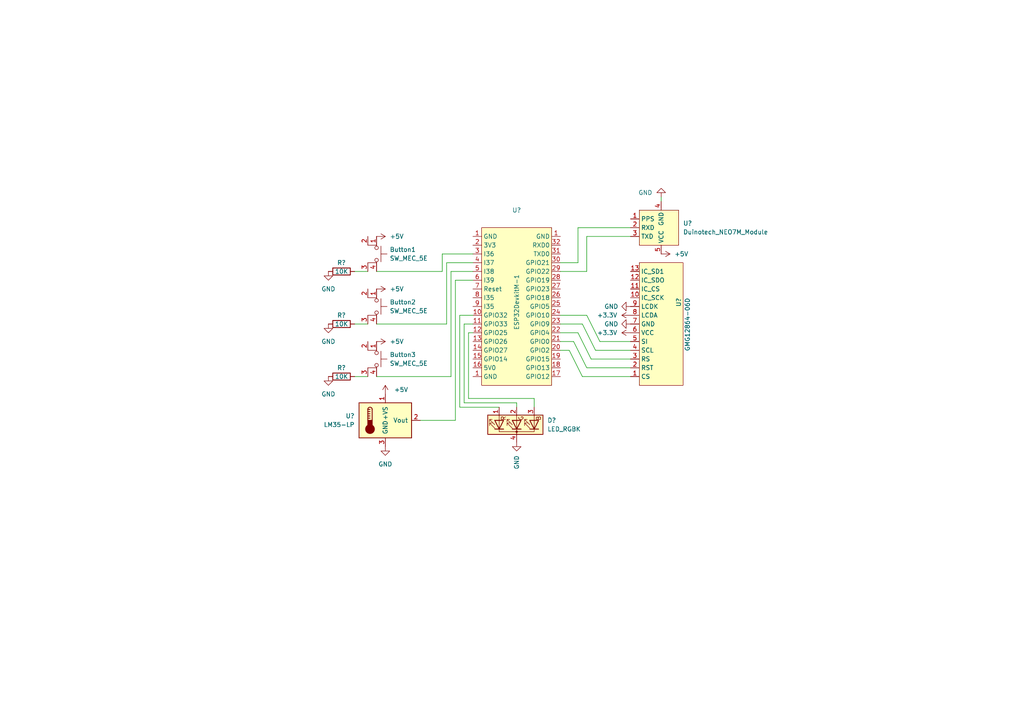
<source format=kicad_sch>
(kicad_sch (version 20211123) (generator eeschema)
  (paper "A4")
  (lib_symbols
    (symbol "Device:LED_RGBK" (pin_names (offset 0) hide)
      (property "Reference" "D" (at 0 9.398 0))
      (property "Value" "LED_RGBK" (at 0 -8.89 0))
      (symbol "LED_RGBK_0_0"
        (text "B" (at 1.905 -6.35 0) (effects (font (size 1.27 1.27))))
        (text "G" (at 1.905 -1.27 0) (effects (font (size 1.27 1.27))))
        (text "R" (at 1.905 3.81 0) (effects (font (size 1.27 1.27))))
      )
      (symbol "LED_RGBK_0_1"
        (circle (center -2.032 0) (radius 0.254) (fill (type outline)))
        (polyline (pts (xy -1.27 -5.08) (xy 1.27 -5.08)))
        (polyline (pts (xy -1.27 -3.81) (xy -1.27 -6.35)) (stroke (width 0.254)))
        (polyline (pts (xy -1.27 0) (xy -2.54 0)))
        (polyline (pts (xy -1.27 1.27) (xy -1.27 -1.27)) (stroke (width 0.254)))
        (polyline (pts (xy -1.27 5.08) (xy 1.27 5.08)))
        (polyline (pts (xy -1.27 6.35) (xy -1.27 3.81)) (stroke (width 0.254)))
        (polyline (pts (xy 1.27 -5.08) (xy 2.54 -5.08)))
        (polyline (pts (xy 1.27 0) (xy -1.27 0)))
        (polyline (pts (xy 1.27 0) (xy 2.54 0)))
        (polyline (pts (xy 1.27 5.08) (xy 2.54 5.08)))
        (polyline (pts (xy -1.27 1.27) (xy -1.27 -1.27) (xy -1.27 -1.27)))
        (polyline (pts (xy -1.27 6.35) (xy -1.27 3.81) (xy -1.27 3.81)))
        (polyline (pts (xy -1.27 5.08) (xy -2.032 5.08) (xy -2.032 -5.08) (xy -1.016 -5.08)))
        (polyline (pts (xy 1.27 -3.81) (xy 1.27 -6.35) (xy -1.27 -5.08) (xy 1.27 -3.81)) (stroke (width 0.254)))
        (polyline (pts (xy 1.27 1.27) (xy 1.27 -1.27) (xy -1.27 0) (xy 1.27 1.27)) (stroke (width 0.254)))
        (polyline (pts (xy 1.27 6.35) (xy 1.27 3.81) (xy -1.27 5.08) (xy 1.27 6.35)) (stroke (width 0.254)))
        (polyline (pts (xy -1.016 -3.81) (xy 0.508 -2.286) (xy -0.254 -2.286) (xy 0.508 -2.286) (xy 0.508 -3.048)))
        (polyline (pts (xy -1.016 1.27) (xy 0.508 2.794) (xy -0.254 2.794) (xy 0.508 2.794) (xy 0.508 2.032)))
        (polyline (pts (xy -1.016 6.35) (xy 0.508 7.874) (xy -0.254 7.874) (xy 0.508 7.874) (xy 0.508 7.112)))
        (polyline (pts (xy 0 -3.81) (xy 1.524 -2.286) (xy 0.762 -2.286) (xy 1.524 -2.286) (xy 1.524 -3.048)))
        (polyline (pts (xy 0 1.27) (xy 1.524 2.794) (xy 0.762 2.794) (xy 1.524 2.794) (xy 1.524 2.032)))
        (polyline (pts (xy 0 6.35) (xy 1.524 7.874) (xy 0.762 7.874) (xy 1.524 7.874) (xy 1.524 7.112)))
        (rectangle (start 1.27 -1.27) (end 1.27 1.27))
        (rectangle (start 1.27 1.27) (end 1.27 1.27))
        (rectangle (start 1.27 3.81) (end 1.27 6.35))
        (rectangle (start 1.27 6.35) (end 1.27 6.35))
        (rectangle (start 2.794 8.382) (end -2.794 -7.62) (stroke (width 0.254)) (fill (type background)))
      )
      (symbol "LED_RGBK_1_1"
        (pin passive line (at 5.08 5.08 180) (length 2.54) (name "RA") (number "1"))
        (pin passive line (at 5.08 0 180) (length 2.54) (name "GA") (number "2"))
        (pin passive line (at 5.08 -5.08 180) (length 2.54) (name "BA") (number "3"))
        (pin passive line (at -5.08 0 0) (length 2.54) (name "K") (number "4"))
      )
    )
    (symbol "Device:R" (pin_numbers hide) (pin_names (offset 0))
      (property "Reference" "R" (at 2.032 0 90))
      (property "Value" "R" (at 0 0 90))
      (symbol "R_0_1"
        (rectangle (start -1.016 -2.54) (end 1.016 2.54) (stroke (width 0.254)))
      )
      (symbol "R_1_1"
        (pin passive line (at 0 3.81 270) (length 1.27) (name "~") (number "1"))
        (pin passive line (at 0 -3.81 90) (length 1.27) (name "~") (number "2"))
      )
    )
    (symbol "Digital_Technology:Duinotech_NEO7M_Module"
      (property "Reference" "U" (at 1.27 6.35 90))
      (property "Value" "Duinotech_NEO7M_Module" (at 1.27 10.16 0))
      (symbol "Duinotech_NEO7M_Module_0_1"
        (rectangle (start -5.08 5.08) (end 6.35 -5.08) (fill (type background)))
      )
      (symbol "Duinotech_NEO7M_Module_1_1"
        (pin input line (at -7.62 2.54 0) (length 2.54) (name "PPS") (number "1"))
        (pin input line (at -7.62 0 0) (length 2.54) (name "RXD") (number "2"))
        (pin output line (at -7.62 -2.54 0) (length 2.54) (name "TXD") (number "3"))
        (pin power_out line (at 1.27 7.62 270) (length 2.54) (name "GND") (number "4"))
        (pin power_in line (at 1.27 -7.62 90) (length 2.54) (name "VCC") (number "5"))
      )
    )
    (symbol "Digital_Technology:GMG12864-06D"
      (property "Reference" "U" (at -6.35 1.27 0))
      (property "Value" "GMG12864-06D" (at 0 -5.08 0))
      (symbol "GMG12864-06D_0_1"
        (rectangle (start -17.78 6.35) (end 17.78 -6.35) (fill (type background)))
      )
      (symbol "GMG12864-06D_1_1"
        (pin input line (at -15.24 8.89 270) (length 2.54) (name "CS") (number "1"))
        (pin input line (at 7.62 8.89 270) (length 2.54) (name "IC_SCK") (number "10"))
        (pin input line (at 10.16 8.89 270) (length 2.54) (name "IC_CS") (number "11"))
        (pin output line (at 12.7 8.89 270) (length 2.54) (name "IC_SDO") (number "12"))
        (pin input line (at 15.24 8.89 270) (length 2.54) (name "IC_SD1") (number "13"))
        (pin input line (at -12.7 8.89 270) (length 2.54) (name "RST") (number "2"))
        (pin input line (at -10.16 8.89 270) (length 2.54) (name "RS") (number "3"))
        (pin input line (at -7.62 8.89 270) (length 2.54) (name "SCL") (number "4"))
        (pin input line (at -5.08 8.89 270) (length 2.54) (name "SI") (number "5"))
        (pin power_in line (at -2.54 8.89 270) (length 2.54) (name "VCC") (number "6"))
        (pin power_out line (at 0 8.89 270) (length 2.54) (name "GND") (number "7"))
        (pin power_in line (at 2.54 8.89 270) (length 2.54) (name "LCDA") (number "8"))
        (pin power_out line (at 5.08 8.89 270) (length 2.54) (name "LCDK") (number "9"))
      )
    )
    (symbol "ESP32DevkitM-1_1"
      (property "Reference" "U" (at -12.7 -11.43 0))
      (property "Value" "ESP32DevkitM-1_1" (at 0 0 90))
      (symbol "ESP32DevkitM-1_1_0_1"
        (rectangle (start -10.16 21.59) (end 10.16 -24.13) (fill (type background)))
      )
      (symbol "ESP32DevkitM-1_1_1_1"
        (pin power_in line (at -12.7 -21.59 0) (length 2.54) (name "GND") (number "1"))
        (pin power_in line (at -12.7 19.05 0) (length 2.54) (name "GND") (number "1"))
        (pin power_in line (at 12.7 19.05 180) (length 2.54) (name "GND") (number "1"))
        (pin bidirectional line (at -12.7 -3.81 0) (length 2.54) (name "GPIO32") (number "10"))
        (pin bidirectional line (at -12.7 -6.35 0) (length 2.54) (name "GPIO33") (number "11"))
        (pin bidirectional line (at -12.7 -8.89 0) (length 2.54) (name "GPIO25") (number "12"))
        (pin bidirectional line (at -12.7 -11.43 0) (length 2.54) (name "GPIO26") (number "13"))
        (pin bidirectional line (at -12.7 -13.97 0) (length 2.54) (name "GPIO27") (number "14"))
        (pin bidirectional line (at -12.7 -16.51 0) (length 2.54) (name "GPIO14") (number "15"))
        (pin power_out line (at -12.7 -19.05 0) (length 2.54) (name "5V0") (number "16"))
        (pin bidirectional line (at 12.7 -21.59 180) (length 2.54) (name "GPIO12") (number "17"))
        (pin bidirectional line (at 12.7 -19.05 180) (length 2.54) (name "GPIO13") (number "18"))
        (pin bidirectional line (at 12.7 -16.51 180) (length 2.54) (name "GPIO15") (number "19"))
        (pin power_out line (at -12.7 16.51 0) (length 2.54) (name "3V3") (number "2"))
        (pin bidirectional line (at 12.7 -13.97 180) (length 2.54) (name "GPIO2") (number "20"))
        (pin bidirectional line (at 12.7 -11.43 180) (length 2.54) (name "GPIO0") (number "21"))
        (pin bidirectional line (at 12.7 -8.89 180) (length 2.54) (name "GPIO4") (number "22"))
        (pin bidirectional line (at 12.7 -6.35 180) (length 2.54) (name "GPIO9") (number "23"))
        (pin bidirectional line (at 12.7 -3.81 180) (length 2.54) (name "GPIO10") (number "24"))
        (pin bidirectional line (at 12.7 -1.27 180) (length 2.54) (name "GPIO5") (number "25"))
        (pin bidirectional line (at 12.7 1.27 180) (length 2.54) (name "GPIO18") (number "26"))
        (pin bidirectional line (at 12.7 3.81 180) (length 2.54) (name "GPIO23") (number "27"))
        (pin bidirectional line (at 12.7 6.35 180) (length 2.54) (name "GPIO19") (number "28"))
        (pin bidirectional line (at 12.7 8.89 180) (length 2.54) (name "GPIO22") (number "29"))
        (pin input line (at -12.7 13.97 0) (length 2.54) (name "I36") (number "3"))
        (pin bidirectional line (at 12.7 11.43 180) (length 2.54) (name "GPIO21") (number "30"))
        (pin bidirectional line (at 12.7 13.97 180) (length 2.54) (name "TXD0") (number "31"))
        (pin bidirectional line (at 12.7 16.51 180) (length 2.54) (name "RXD0") (number "32"))
        (pin input line (at -12.7 11.43 0) (length 2.54) (name "I37") (number "4"))
        (pin input line (at -12.7 8.89 0) (length 2.54) (name "I38") (number "5"))
        (pin input line (at -12.7 6.35 0) (length 2.54) (name "I39") (number "6"))
        (pin input line (at -12.7 3.81 0) (length 2.54) (name "Reset") (number "7"))
        (pin input line (at -12.7 1.27 0) (length 2.54) (name "I35") (number "8"))
        (pin input line (at -12.7 -1.27 0) (length 2.54) (name "I35") (number "9"))
      )
    )
    (symbol "Sensor_Temperature:LM35-LP" (pin_names (offset 1.016))
      (property "Reference" "U" (at -6.35 6.35 0))
      (property "Value" "LM35-LP" (at 1.27 6.35 0))
      (symbol "LM35-LP_0_1"
        (rectangle (start -7.62 5.08) (end 7.62 -5.08) (stroke (width 0.254)) (fill (type background)))
        (circle (center -4.445 -2.54) (radius 1.27) (stroke (width 0.254)) (fill (type outline)))
        (rectangle (start -3.81 -1.905) (end -5.08 0) (stroke (width 0.254)) (fill (type outline)))
        (arc (start -3.81 3.175) (mid -4.445 3.81) (end -5.08 3.175) (stroke (width 0.254)))
        (polyline (pts (xy -5.08 0.635) (xy -4.445 0.635)) (stroke (width 0.254)))
        (polyline (pts (xy -5.08 1.27) (xy -4.445 1.27)) (stroke (width 0.254)))
        (polyline (pts (xy -5.08 1.905) (xy -4.445 1.905)) (stroke (width 0.254)))
        (polyline (pts (xy -5.08 2.54) (xy -4.445 2.54)) (stroke (width 0.254)))
        (polyline (pts (xy -5.08 3.175) (xy -5.08 0)) (stroke (width 0.254)))
        (polyline (pts (xy -5.08 3.175) (xy -4.445 3.175)) (stroke (width 0.254)))
        (polyline (pts (xy -3.81 3.175) (xy -3.81 0)) (stroke (width 0.254)))
      )
      (symbol "LM35-LP_1_1"
        (pin power_in line (at 0 7.62 270) (length 2.54) (name "+VS") (number "1"))
        (pin output line (at 10.16 0 180) (length 2.54) (name "Vout") (number "2"))
        (pin power_in line (at 0 -7.62 90) (length 2.54) (name "GND") (number "3"))
      )
    )
    (symbol "Switch:SW_MEC_5E" (pin_names (offset 1.016) hide)
      (property "Reference" "SW" (at 0.635 5.715 0))
      (property "Value" "SW_MEC_5E" (at 0 -3.175 0))
      (symbol "SW_MEC_5E_0_1"
        (circle (center -1.778 2.54) (radius 0.508))
        (polyline (pts (xy -2.286 3.81) (xy 2.286 3.81)))
        (polyline (pts (xy 0 3.81) (xy 0 5.588)))
        (polyline (pts (xy -2.54 0) (xy -2.54 2.54) (xy -2.286 2.54)))
        (polyline (pts (xy 2.54 0) (xy 2.54 2.54) (xy 2.286 2.54)))
        (circle (center 1.778 2.54) (radius 0.508))
        (pin passive line (at -5.08 2.54 0) (length 2.54) (name "1") (number "1"))
        (pin passive line (at -5.08 0 0) (length 2.54) (name "2") (number "2"))
        (pin passive line (at 5.08 0 180) (length 2.54) (name "K") (number "3"))
        (pin passive line (at 5.08 2.54 180) (length 2.54) (name "A") (number "4"))
      )
    )
    (symbol "power:+3.3V" (power) (pin_names (offset 0))
      (property "Value" "+3.3V" (at 0 3.556 0))
      (symbol "+3.3V_0_1"
        (polyline (pts (xy -0.762 1.27) (xy 0 2.54)))
        (polyline (pts (xy 0 0) (xy 0 2.54)))
        (polyline (pts (xy 0 2.54) (xy 0.762 1.27)))
      )
      (symbol "+3.3V_1_1"
        (pin power_in line (at 0 0 90) (length 0) hide (name "+3.3V") (number "1"))
      )
    )
    (symbol "power:+5V" (power) (pin_names (offset 0))
      (property "Value" "+5V" (at 0 3.556 0))
      (symbol "+5V_0_1"
        (polyline (pts (xy -0.762 1.27) (xy 0 2.54)))
        (polyline (pts (xy 0 0) (xy 0 2.54)))
        (polyline (pts (xy 0 2.54) (xy 0.762 1.27)))
      )
      (symbol "+5V_1_1"
        (pin power_in line (at 0 0 90) (length 0) hide (name "+5V") (number "1"))
      )
    )
    (symbol "power:GND" (power) (pin_names (offset 0))
      (property "Value" "GND" (at 0 -3.81 0))
      (symbol "GND_0_1"
        (polyline (pts (xy 0 0) (xy 0 -1.27) (xy 1.27 -1.27) (xy 0 -2.54) (xy -1.27 -1.27) (xy 0 -1.27)))
      )
      (symbol "GND_1_1"
        (pin power_in line (at 0 0 270) (length 0) hide (name "GND") (number "1"))
      )
    )
  )
  (wire (pts (xy 132.08 121.92) (xy 121.92 121.92)))
  (wire (pts (xy 130.81 78.74) (xy 137.16 78.74)))
  (wire (pts (xy 166.37 99.06) (xy 162.56 99.06)))
  (wire (pts (xy 137.16 93.98) (xy 134.62 93.98)))
  (wire (pts (xy 132.08 81.28) (xy 132.08 121.92)))
  (wire (pts (xy 133.35 91.44) (xy 133.35 118.11)))
  (wire (pts (xy 182.88 101.6) (xy 172.72 101.6)))
  (wire (pts (xy 191.77 57.15) (xy 191.77 58.42)))
  (wire (pts (xy 167.64 96.52) (xy 162.56 96.52)))
  (wire (pts (xy 170.18 78.74) (xy 162.56 78.74)))
  (wire (pts (xy 171.45 104.14) (xy 167.64 96.52)))
  (wire (pts (xy 154.94 115.57) (xy 154.94 118.11)))
  (wire (pts (xy 137.16 91.44) (xy 133.35 91.44)))
  (wire (pts (xy 132.08 81.28) (xy 137.16 81.28)))
  (wire (pts (xy 133.35 118.11) (xy 144.78 118.11)))
  (wire (pts (xy 128.27 78.74) (xy 128.27 73.66)))
  (wire (pts (xy 128.27 73.66) (xy 137.16 73.66)))
  (wire (pts (xy 170.18 106.68) (xy 166.37 99.06)))
  (wire (pts (xy 170.18 68.58) (xy 170.18 78.74)))
  (wire (pts (xy 137.16 96.52) (xy 135.89 96.52)))
  (wire (pts (xy 102.87 109.22) (xy 106.68 109.22)))
  (wire (pts (xy 135.89 115.57) (xy 154.94 115.57)))
  (wire (pts (xy 182.88 109.22) (xy 168.91 109.22)))
  (wire (pts (xy 102.87 78.74) (xy 106.68 78.74)))
  (wire (pts (xy 182.88 68.58) (xy 170.18 68.58)))
  (wire (pts (xy 109.22 93.98) (xy 129.54 93.98)))
  (wire (pts (xy 182.88 66.04) (xy 167.64 66.04)))
  (wire (pts (xy 134.62 116.84) (xy 149.86 116.84)))
  (wire (pts (xy 167.64 66.04) (xy 167.64 76.2)))
  (wire (pts (xy 149.86 116.84) (xy 149.86 118.11)))
  (wire (pts (xy 129.54 93.98) (xy 129.54 76.2)))
  (wire (pts (xy 182.88 104.14) (xy 171.45 104.14)))
  (wire (pts (xy 130.81 109.22) (xy 130.81 78.74)))
  (wire (pts (xy 170.18 91.44) (xy 162.56 91.44)))
  (wire (pts (xy 135.89 96.52) (xy 135.89 115.57)))
  (wire (pts (xy 109.22 109.22) (xy 130.81 109.22)))
  (wire (pts (xy 165.1 101.6) (xy 162.56 101.6)))
  (wire (pts (xy 167.64 76.2) (xy 162.56 76.2)))
  (wire (pts (xy 129.54 76.2) (xy 137.16 76.2)))
  (wire (pts (xy 182.88 99.06) (xy 173.99 99.06)))
  (wire (pts (xy 134.62 93.98) (xy 134.62 116.84)))
  (wire (pts (xy 168.91 109.22) (xy 165.1 101.6)))
  (wire (pts (xy 102.87 93.98) (xy 106.68 93.98)))
  (wire (pts (xy 172.72 101.6) (xy 168.91 93.98)))
  (wire (pts (xy 182.88 106.68) (xy 170.18 106.68)))
  (wire (pts (xy 168.91 93.98) (xy 162.56 93.98)))
  (wire (pts (xy 173.99 99.06) (xy 170.18 91.44)))
  (wire (pts (xy 109.22 78.74) (xy 128.27 78.74)))
  (symbol (lib_id "Device:LED_RGBK") (at 149.86 123.19 90) (unit 1)
    (property "Reference" "D?" (at 158.75 121.9199 90) (effects (justify right)))
    (property "Value" "LED_RGBK" (at 158.75 124.4599 90) (effects (justify right)))
  )
  (symbol (lib_id "Digital_Technology:Duinotech_NEO7M_Module") (at 190.5 66.04 0) (unit 1)
    (property "Reference" "U?" (at 198.12 64.7699 0) (effects (justify left)))
    (property "Value" "Duinotech_NEO7M_Module" (at 198.12 67.3099 0) (effects (justify left)))
  )
  (symbol (lib_id "power:GND") (at 191.77 57.15 0) (mirror x) (unit 1)
    (property "Reference" "#PWR?" (effects hide))
    (property "Value" "GND" (at 189.23 55.8799 0) (effects (justify right)))
  )
  (symbol (lib_id "Switch:SW_MEC_5E") (at 106.68 73.66 270) (unit 1)
    (property "Reference" "Button1" (at 113.03 72.3899 90) (effects (justify left)))
    (property "Value" "SW_MEC_5E" (at 113.03 74.9299 90) (effects (justify left)))
    (property "Datasheet" "http://www.apem.com/int/index.php?controller=attachment&id_attachment=1371" (effects hide))
  )
  (symbol (lib_name "ESP32DevkitM-1_1") (lib_id "Digital_Technology:ESP32DevkitM-1") (at 149.86 87.63 0) (unit 1)
    (property "Reference" "U?" (at 149.86 60.96 0))
    (property "Value" "ESP32DevkitM-1" (at 149.86 87.63 90))
  )
  (symbol (lib_id "power:+5V") (at 109.22 83.82 270) (unit 1)
    (property "Reference" "#PWR?" (effects hide))
    (property "Value" "+5V" (at 113.03 83.8199 90) (effects (justify left)))
  )
  (symbol (lib_id "Device:R") (at 99.06 109.22 90) (unit 1)
    (property "Reference" "R?" (at 99.06 106.68 90))
    (property "Value" "10K" (at 99.06 109.22 90))
    (property "Footprint" "Potentiometer_THT:Potentiometer_Alps_RK09K_Single_Vertical" (effects hide))
  )
  (symbol (lib_id "power:+5V") (at 191.77 73.66 270) (unit 1)
    (property "Reference" "#PWR?" (effects hide))
    (property "Value" "+5V" (at 195.58 73.6599 90) (effects (justify left)))
  )
  (symbol (lib_id "power:+3.3V") (at 182.88 96.52 90) (unit 1)
    (property "Reference" "#PWR?" (effects hide))
    (property "Value" "+3.3V" (at 179.07 96.5199 90) (effects (justify left)))
  )
  (symbol (lib_id "power:+5V") (at 109.22 68.58 270) (unit 1)
    (property "Reference" "#PWR?" (effects hide))
    (property "Value" "+5V" (at 113.03 68.5799 90) (effects (justify left)))
  )
  (symbol (lib_id "Switch:SW_MEC_5E") (at 106.68 88.9 270) (unit 1)
    (property "Reference" "Button2" (at 113.03 87.6299 90) (effects (justify left)))
    (property "Value" "SW_MEC_5E" (at 113.03 90.1699 90) (effects (justify left)))
    (property "Datasheet" "http://www.apem.com/int/index.php?controller=attachment&id_attachment=1371" (effects hide))
  )
  (symbol (lib_id "power:GND") (at 95.25 78.74 0) (unit 1)
    (property "Reference" "#PWR?" (effects hide))
    (property "Value" "GND" (at 95.25 83.82 0))
  )
  (symbol (lib_id "Switch:SW_MEC_5E") (at 106.68 104.14 270) (unit 1)
    (property "Reference" "Button3" (at 113.03 102.8699 90) (effects (justify left)))
    (property "Value" "SW_MEC_5E" (at 113.03 105.4099 90) (effects (justify left)))
    (property "Datasheet" "http://www.apem.com/int/index.php?controller=attachment&id_attachment=1371" (effects hide))
  )
  (symbol (lib_id "Sensor_Temperature:LM35-LP") (at 111.76 121.92 0) (unit 1)
    (property "Reference" "U?" (at 102.87 120.6499 0) (effects (justify right)))
    (property "Value" "LM35-LP" (at 102.87 123.1899 0) (effects (justify right)))
    (property "Datasheet" "http://www.ti.com/lit/ds/symlink/lm35.pdf" (effects hide))
  )
  (symbol (lib_id "Device:R") (at 99.06 78.74 90) (unit 1)
    (property "Reference" "R?" (at 99.06 76.2 90))
    (property "Value" "10K" (at 99.06 78.74 90))
    (property "Footprint" "Potentiometer_THT:Potentiometer_Alps_RK09K_Single_Vertical" (effects hide))
  )
  (symbol (lib_id "power:+5V") (at 111.76 114.3 0) (unit 1)
    (property "Reference" "#PWR?" (effects hide))
    (property "Value" "+5V" (at 114.3 113.0299 0) (effects (justify left)))
  )
  (symbol (lib_id "power:GND") (at 95.25 93.98 0) (unit 1)
    (property "Reference" "#PWR?" (effects hide))
    (property "Value" "GND" (at 95.25 99.06 0))
  )
  (symbol (lib_id "Device:R") (at 99.06 93.98 90) (unit 1)
    (property "Reference" "R?" (at 99.06 91.44 90))
    (property "Value" "10K" (at 99.06 93.98 90))
    (property "Footprint" "Potentiometer_THT:Potentiometer_Alps_RK09K_Single_Vertical" (effects hide))
  )
  (symbol (lib_id "Digital_Technology:GMG12864-06D") (at 191.77 93.98 90) (unit 1)
    (property "Reference" "U?" (at 196.85 86.36 0) (effects (justify right)))
    (property "Value" "GMG12864-06D" (at 199.39 86.36 0) (effects (justify right)))
  )
  (symbol (lib_id "power:+5V") (at 109.22 99.06 270) (unit 1)
    (property "Reference" "#PWR?" (effects hide))
    (property "Value" "+5V" (at 113.03 99.0599 90) (effects (justify left)))
  )
  (symbol (lib_id "power:GND") (at 182.88 88.9 270) (unit 1)
    (property "Reference" "#PWR?" (effects hide))
    (property "Value" "GND" (at 175.26 88.9 90) (effects (justify left)))
  )
  (symbol (lib_id "power:GND") (at 182.88 93.98 270) (unit 1)
    (property "Reference" "#PWR?" (effects hide))
    (property "Value" "GND" (at 175.26 93.98 90) (effects (justify left)))
  )
  (symbol (lib_id "power:+3.3V") (at 182.88 91.44 90) (unit 1)
    (property "Reference" "#PWR?" (effects hide))
    (property "Value" "+3.3V" (at 179.07 91.4399 90) (effects (justify left)))
  )
  (symbol (lib_id "power:GND") (at 95.25 109.22 0) (unit 1)
    (property "Reference" "#PWR?" (effects hide))
    (property "Value" "GND" (at 95.25 114.3 0))
  )
  (symbol (lib_id "power:GND") (at 111.76 129.54 0) (unit 1)
    (property "Reference" "#PWR?" (effects hide))
    (property "Value" "GND" (at 111.76 134.62 0))
  )
  (symbol (lib_id "power:GND") (at 149.86 128.27 0) (unit 1)
    (property "Reference" "#PWR?" (effects hide))
    (property "Value" "GND" (at 149.8599 132.08 90) (effects (justify right)))
  )
)
</source>
